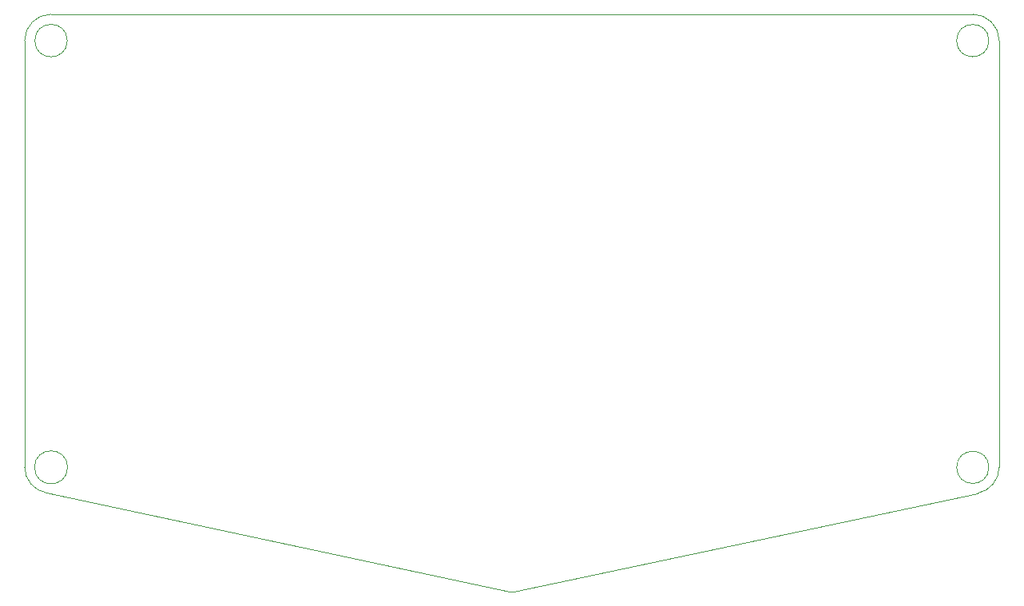
<source format=gm1>
G04 #@! TF.GenerationSoftware,KiCad,Pcbnew,(5.1.9)-1*
G04 #@! TF.CreationDate,2021-01-29T11:52:34-08:00*
G04 #@! TF.ProjectId,foursu-pcb,666f7572-7375-42d7-9063-622e6b696361,rev?*
G04 #@! TF.SameCoordinates,Original*
G04 #@! TF.FileFunction,Profile,NP*
%FSLAX46Y46*%
G04 Gerber Fmt 4.6, Leading zero omitted, Abs format (unit mm)*
G04 Created by KiCad (PCBNEW (5.1.9)-1) date 2021-01-29 11:52:34*
%MOMM*%
%LPD*%
G01*
G04 APERTURE LIST*
G04 #@! TA.AperFunction,Profile*
%ADD10C,0.050000*%
G04 #@! TD*
G04 APERTURE END LIST*
D10*
X40000000Y-170000000D02*
X40000000Y-124800000D01*
X42299121Y-172754836D02*
X91400000Y-183200000D01*
X42299121Y-172754836D02*
G75*
G02*
X40000000Y-170000000I500879J2754836D01*
G01*
X91800000Y-183200000D02*
X91400000Y-183200000D01*
X140999999Y-172799999D02*
X91800000Y-183200000D01*
X143300000Y-124800000D02*
X143294668Y-170001817D01*
X42800000Y-122000000D02*
X140500000Y-122000000D01*
X143294669Y-170001817D02*
G75*
G02*
X140999999Y-172799999I-2794669J-48183D01*
G01*
X140500000Y-122000000D02*
G75*
G02*
X143300000Y-124800000I0J-2800000D01*
G01*
X40000000Y-124800000D02*
G75*
G02*
X42800000Y-122000000I2800000J0D01*
G01*
X44550000Y-170050000D02*
G75*
G03*
X44550000Y-170050000I-1750000J0D01*
G01*
X142206605Y-170050000D02*
G75*
G03*
X142206605Y-170050000I-1706605J0D01*
G01*
X142211724Y-124800000D02*
G75*
G03*
X142211724Y-124800000I-1711724J0D01*
G01*
X44520465Y-124800000D02*
G75*
G03*
X44520465Y-124800000I-1720465J0D01*
G01*
M02*

</source>
